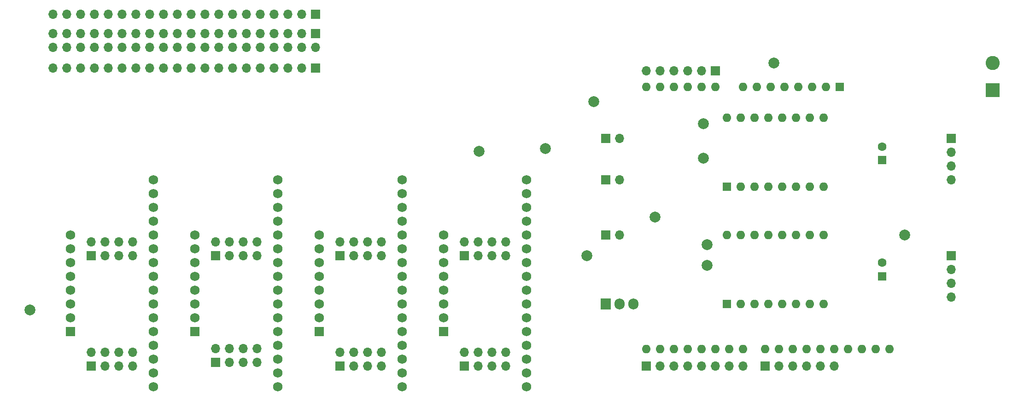
<source format=gbr>
%TF.GenerationSoftware,KiCad,Pcbnew,(6.0.10)*%
%TF.CreationDate,2025-04-12T23:07:49+02:00*%
%TF.ProjectId,pcb_shield,7063625f-7368-4696-956c-642e6b696361,1.0*%
%TF.SameCoordinates,Original*%
%TF.FileFunction,Soldermask,Top*%
%TF.FilePolarity,Negative*%
%FSLAX46Y46*%
G04 Gerber Fmt 4.6, Leading zero omitted, Abs format (unit mm)*
G04 Created by KiCad (PCBNEW (6.0.10)) date 2025-04-12 23:07:49*
%MOMM*%
%LPD*%
G01*
G04 APERTURE LIST*
G04 Aperture macros list*
%AMRoundRect*
0 Rectangle with rounded corners*
0 $1 Rounding radius*
0 $2 $3 $4 $5 $6 $7 $8 $9 X,Y pos of 4 corners*
0 Add a 4 corners polygon primitive as box body*
4,1,4,$2,$3,$4,$5,$6,$7,$8,$9,$2,$3,0*
0 Add four circle primitives for the rounded corners*
1,1,$1+$1,$2,$3*
1,1,$1+$1,$4,$5*
1,1,$1+$1,$6,$7*
1,1,$1+$1,$8,$9*
0 Add four rect primitives between the rounded corners*
20,1,$1+$1,$2,$3,$4,$5,0*
20,1,$1+$1,$4,$5,$6,$7,0*
20,1,$1+$1,$6,$7,$8,$9,0*
20,1,$1+$1,$8,$9,$2,$3,0*%
G04 Aperture macros list end*
%ADD10C,2.000000*%
%ADD11R,1.600000X1.600000*%
%ADD12O,1.600000X1.600000*%
%ADD13R,2.600000X2.600000*%
%ADD14C,2.600000*%
%ADD15R,1.700000X1.700000*%
%ADD16O,1.700000X1.700000*%
%ADD17C,1.600000*%
%ADD18R,1.905000X2.000000*%
%ADD19O,1.905000X2.000000*%
%ADD20C,1.734000*%
%ADD21RoundRect,0.102000X0.765000X0.765000X-0.765000X0.765000X-0.765000X-0.765000X0.765000X-0.765000X0*%
G04 APERTURE END LIST*
D10*
%TO.C,STEP2*%
X190683000Y-83673000D03*
%TD*%
%TO.C,STEP1*%
X191318000Y-103358000D03*
%TD*%
%TO.C,DIR2*%
X191318000Y-99548000D03*
%TD*%
%TO.C,DIR1*%
X190683000Y-77323000D03*
%TD*%
%TO.C,GND3*%
X66858000Y-111613000D03*
%TD*%
%TO.C,5V2*%
X149408000Y-82403000D03*
%TD*%
%TO.C,GND2*%
X181793000Y-94468000D03*
%TD*%
%TO.C,TXD1*%
X169220000Y-101580000D03*
%TD*%
%TO.C,RXD1*%
X161600000Y-81895000D03*
%TD*%
%TO.C,VMOT1*%
X227640000Y-97770000D03*
%TD*%
%TO.C,GND1*%
X170500000Y-73220000D03*
%TD*%
%TO.C,5V1*%
X203650000Y-66170000D03*
%TD*%
D11*
%TO.C,A2*%
X215750000Y-70520000D03*
D12*
X213210000Y-70520000D03*
X210670000Y-70520000D03*
X208130000Y-70520000D03*
X205590000Y-70520000D03*
X203050000Y-70520000D03*
X200510000Y-70520000D03*
X197970000Y-70520000D03*
X192890000Y-70520000D03*
X190350000Y-70520000D03*
X187810000Y-70520000D03*
X185270000Y-70520000D03*
X182730000Y-70520000D03*
X180190000Y-70520000D03*
X180190000Y-118780000D03*
X182730000Y-118780000D03*
X185270000Y-118780000D03*
X187810000Y-118780000D03*
X190350000Y-118780000D03*
X192890000Y-118780000D03*
X195430000Y-118780000D03*
X197970000Y-118780000D03*
X202030000Y-118780000D03*
X204570000Y-118780000D03*
X207110000Y-118780000D03*
X209650000Y-118780000D03*
X212190000Y-118780000D03*
X214730000Y-118780000D03*
X217270000Y-118780000D03*
X219810000Y-118780000D03*
X222350000Y-118780000D03*
X224890000Y-118780000D03*
%TD*%
D13*
%TO.C,J14*%
X243840000Y-71120000D03*
D14*
X243840000Y-66120000D03*
%TD*%
D15*
%TO.C,J4*%
X100975000Y-101600000D03*
D16*
X100975000Y-99060000D03*
X103515000Y-101600000D03*
X103515000Y-99060000D03*
X106055000Y-101600000D03*
X106055000Y-99060000D03*
X108595000Y-101600000D03*
X108595000Y-99060000D03*
%TD*%
D15*
%TO.C,J12*%
X172720000Y-87630000D03*
D16*
X175260000Y-87630000D03*
%TD*%
D15*
%TO.C,J15*%
X119380000Y-67081000D03*
D16*
X116840000Y-67081000D03*
X114300000Y-67081000D03*
X111760000Y-67081000D03*
X109220000Y-67081000D03*
X106680000Y-67081000D03*
X104140000Y-67081000D03*
X101600000Y-67081000D03*
X99060000Y-67081000D03*
X96520000Y-67081000D03*
X93980000Y-67081000D03*
X91440000Y-67081000D03*
X88900000Y-67081000D03*
X86360000Y-67081000D03*
X83820000Y-67081000D03*
X81280000Y-67081000D03*
X78740000Y-67081000D03*
X76200000Y-67081000D03*
X73660000Y-67081000D03*
X71120000Y-67081000D03*
%TD*%
D15*
%TO.C,J2*%
X78115000Y-101605000D03*
D16*
X78115000Y-99065000D03*
X80655000Y-101605000D03*
X80655000Y-99065000D03*
X83195000Y-101605000D03*
X83195000Y-99065000D03*
X85735000Y-101605000D03*
X85735000Y-99065000D03*
%TD*%
D15*
%TO.C,J19*%
X192840000Y-67564000D03*
D16*
X190300000Y-67564000D03*
X187760000Y-67564000D03*
X185220000Y-67564000D03*
X182680000Y-67564000D03*
X180140000Y-67564000D03*
%TD*%
D11*
%TO.C,C1*%
X223520000Y-84020000D03*
D17*
X223520000Y-81520000D03*
%TD*%
D15*
%TO.C,J6*%
X123825000Y-101630000D03*
D16*
X123825000Y-99090000D03*
X126365000Y-101630000D03*
X126365000Y-99090000D03*
X128905000Y-101630000D03*
X128905000Y-99090000D03*
X131445000Y-101630000D03*
X131445000Y-99090000D03*
%TD*%
D15*
%TO.C,J13*%
X172720000Y-80010000D03*
D16*
X175260000Y-80010000D03*
%TD*%
D15*
%TO.C,J3*%
X100975000Y-121290000D03*
D16*
X100975000Y-118750000D03*
X103515000Y-121290000D03*
X103515000Y-118750000D03*
X106055000Y-121290000D03*
X106055000Y-118750000D03*
X108595000Y-121290000D03*
X108595000Y-118750000D03*
%TD*%
D15*
%TO.C,J9*%
X172720000Y-97790000D03*
D16*
X175260000Y-97790000D03*
%TD*%
D15*
%TO.C,J18*%
X202030000Y-121920000D03*
D16*
X204570000Y-121920000D03*
X207110000Y-121920000D03*
X209650000Y-121920000D03*
X212190000Y-121920000D03*
X214730000Y-121920000D03*
%TD*%
D15*
%TO.C,J16*%
X119380000Y-57150000D03*
D16*
X116840000Y-57150000D03*
X114300000Y-57150000D03*
X111760000Y-57150000D03*
X109220000Y-57150000D03*
X106680000Y-57150000D03*
X104140000Y-57150000D03*
X101600000Y-57150000D03*
X99060000Y-57150000D03*
X96520000Y-57150000D03*
X93980000Y-57150000D03*
X91440000Y-57150000D03*
X88900000Y-57150000D03*
X86360000Y-57150000D03*
X83820000Y-57150000D03*
X81280000Y-57150000D03*
X78740000Y-57150000D03*
X76200000Y-57150000D03*
X73660000Y-57150000D03*
X71120000Y-57150000D03*
%TD*%
D18*
%TO.C,Q1*%
X172720000Y-110490000D03*
D19*
X175260000Y-110490000D03*
X177800000Y-110490000D03*
%TD*%
D15*
%TO.C,J8*%
X146685000Y-101600000D03*
D16*
X146685000Y-99060000D03*
X149225000Y-101600000D03*
X149225000Y-99060000D03*
X151765000Y-101600000D03*
X151765000Y-99060000D03*
X154305000Y-101600000D03*
X154305000Y-99060000D03*
%TD*%
D11*
%TO.C,C2*%
X223520000Y-105410000D03*
D17*
X223520000Y-102910000D03*
%TD*%
D15*
%TO.C,J10*%
X236220000Y-80030000D03*
D16*
X236220000Y-82570000D03*
X236220000Y-85110000D03*
X236220000Y-87650000D03*
%TD*%
D15*
%TO.C,J5*%
X123835000Y-121920000D03*
D16*
X123835000Y-119380000D03*
X126375000Y-121920000D03*
X126375000Y-119380000D03*
X128915000Y-121920000D03*
X128915000Y-119380000D03*
X131455000Y-121920000D03*
X131455000Y-119380000D03*
%TD*%
D11*
%TO.C,A4*%
X194945000Y-110480000D03*
D12*
X197485000Y-110480000D03*
X200025000Y-110480000D03*
X202565000Y-110480000D03*
X205105000Y-110480000D03*
X207645000Y-110480000D03*
X210185000Y-110480000D03*
X212725000Y-110480000D03*
X212725000Y-97780000D03*
X210185000Y-97780000D03*
X207645000Y-97780000D03*
X205105000Y-97780000D03*
X202565000Y-97780000D03*
X200025000Y-97780000D03*
X197485000Y-97780000D03*
X194945000Y-97780000D03*
%TD*%
D15*
%TO.C,J1*%
X78115000Y-121925000D03*
D16*
X78115000Y-119385000D03*
X80655000Y-121925000D03*
X80655000Y-119385000D03*
X83195000Y-121925000D03*
X83195000Y-119385000D03*
X85735000Y-121925000D03*
X85735000Y-119385000D03*
%TD*%
D15*
%TO.C,J7*%
X146685000Y-121920000D03*
D16*
X146685000Y-119380000D03*
X149225000Y-121920000D03*
X149225000Y-119380000D03*
X151765000Y-121920000D03*
X151765000Y-119380000D03*
X154305000Y-121920000D03*
X154305000Y-119380000D03*
%TD*%
D11*
%TO.C,A3*%
X194945000Y-88900000D03*
D12*
X197485000Y-88900000D03*
X200025000Y-88900000D03*
X202565000Y-88900000D03*
X205105000Y-88900000D03*
X207645000Y-88900000D03*
X210185000Y-88900000D03*
X212725000Y-88900000D03*
X212725000Y-76200000D03*
X210185000Y-76200000D03*
X207645000Y-76200000D03*
X205105000Y-76200000D03*
X202565000Y-76200000D03*
X200025000Y-76200000D03*
X197485000Y-76200000D03*
X194945000Y-76200000D03*
%TD*%
D15*
%TO.C,J11*%
X236220000Y-101600000D03*
D16*
X236220000Y-104140000D03*
X236220000Y-106680000D03*
X236220000Y-109220000D03*
%TD*%
D15*
%TO.C,J17*%
X180190000Y-121920000D03*
D16*
X182730000Y-121920000D03*
X185270000Y-121920000D03*
X187810000Y-121920000D03*
X190350000Y-121920000D03*
X192890000Y-121920000D03*
X195430000Y-121920000D03*
X197970000Y-121920000D03*
%TD*%
D20*
%TO.C,U1*%
X89535000Y-125730000D03*
X89535000Y-123190000D03*
X89535000Y-120650000D03*
X89535000Y-118110000D03*
X89535000Y-115570000D03*
X89535000Y-113030000D03*
X89535000Y-110490000D03*
X89535000Y-107950000D03*
X89535000Y-105410000D03*
X89535000Y-102870000D03*
X89535000Y-100330000D03*
X89535000Y-97790000D03*
X89535000Y-95250000D03*
X89535000Y-92710000D03*
X89535000Y-90170000D03*
X89535000Y-87630000D03*
D21*
X74295000Y-115570000D03*
D20*
X74295000Y-113030000D03*
X74295000Y-110490000D03*
X74295000Y-107950000D03*
X74295000Y-105410000D03*
X74295000Y-102870000D03*
X74295000Y-100330000D03*
X74295000Y-97790000D03*
%TD*%
%TO.C,U4*%
X158115000Y-125730000D03*
X158115000Y-123190000D03*
X158115000Y-120650000D03*
X158115000Y-118110000D03*
X158115000Y-115570000D03*
X158115000Y-113030000D03*
X158115000Y-110490000D03*
X158115000Y-107950000D03*
X158115000Y-105410000D03*
X158115000Y-102870000D03*
X158115000Y-100330000D03*
X158115000Y-97790000D03*
X158115000Y-95250000D03*
X158115000Y-92710000D03*
X158115000Y-90170000D03*
X158115000Y-87630000D03*
D21*
X142875000Y-115570000D03*
D20*
X142875000Y-113030000D03*
X142875000Y-110490000D03*
X142875000Y-107950000D03*
X142875000Y-105410000D03*
X142875000Y-102870000D03*
X142875000Y-100330000D03*
X142875000Y-97790000D03*
%TD*%
%TO.C,U3*%
X135265000Y-125735000D03*
X135265000Y-123195000D03*
X135265000Y-120655000D03*
X135265000Y-118115000D03*
X135265000Y-115575000D03*
X135265000Y-113035000D03*
X135265000Y-110495000D03*
X135265000Y-107955000D03*
X135265000Y-105415000D03*
X135265000Y-102875000D03*
X135265000Y-100335000D03*
X135265000Y-97795000D03*
X135265000Y-95255000D03*
X135265000Y-92715000D03*
X135265000Y-90175000D03*
X135265000Y-87635000D03*
D21*
X120025000Y-115575000D03*
D20*
X120025000Y-113035000D03*
X120025000Y-110495000D03*
X120025000Y-107955000D03*
X120025000Y-105415000D03*
X120025000Y-102875000D03*
X120025000Y-100335000D03*
X120025000Y-97795000D03*
%TD*%
%TO.C,U2*%
X112395000Y-125730000D03*
X112395000Y-123190000D03*
X112395000Y-120650000D03*
X112395000Y-118110000D03*
X112395000Y-115570000D03*
X112395000Y-113030000D03*
X112395000Y-110490000D03*
X112395000Y-107950000D03*
X112395000Y-105410000D03*
X112395000Y-102870000D03*
X112395000Y-100330000D03*
X112395000Y-97790000D03*
X112395000Y-95250000D03*
X112395000Y-92710000D03*
X112395000Y-90170000D03*
X112395000Y-87630000D03*
D21*
X97155000Y-115570000D03*
D20*
X97155000Y-113030000D03*
X97155000Y-110490000D03*
X97155000Y-107950000D03*
X97155000Y-105410000D03*
X97155000Y-102870000D03*
X97155000Y-100330000D03*
X97155000Y-97790000D03*
%TD*%
D16*
%TO.C,A1*%
X119380000Y-63246000D03*
X116840000Y-63246000D03*
X114300000Y-63246000D03*
X111760000Y-63246000D03*
X109220000Y-63246000D03*
X106680000Y-63246000D03*
X104140000Y-63246000D03*
X101600000Y-63246000D03*
X99060000Y-63246000D03*
X96520000Y-63246000D03*
X93980000Y-63246000D03*
X91440000Y-63246000D03*
X88900000Y-63246000D03*
X86360000Y-63246000D03*
X83820000Y-63246000D03*
X81280000Y-63246000D03*
X78740000Y-63246000D03*
X76200000Y-63246000D03*
X73660000Y-63246000D03*
X71120000Y-63246000D03*
D15*
X119380000Y-60706000D03*
D16*
X116840000Y-60706000D03*
X114300000Y-60706000D03*
X111760000Y-60706000D03*
X109220000Y-60706000D03*
X106680000Y-60706000D03*
X104140000Y-60706000D03*
X101600000Y-60706000D03*
X99060000Y-60706000D03*
X96520000Y-60706000D03*
X93980000Y-60706000D03*
X91440000Y-60706000D03*
X88900000Y-60706000D03*
X86360000Y-60706000D03*
X83820000Y-60706000D03*
X81280000Y-60706000D03*
X78740000Y-60706000D03*
X76200000Y-60706000D03*
X73660000Y-60706000D03*
X71120000Y-60706000D03*
%TD*%
M02*

</source>
